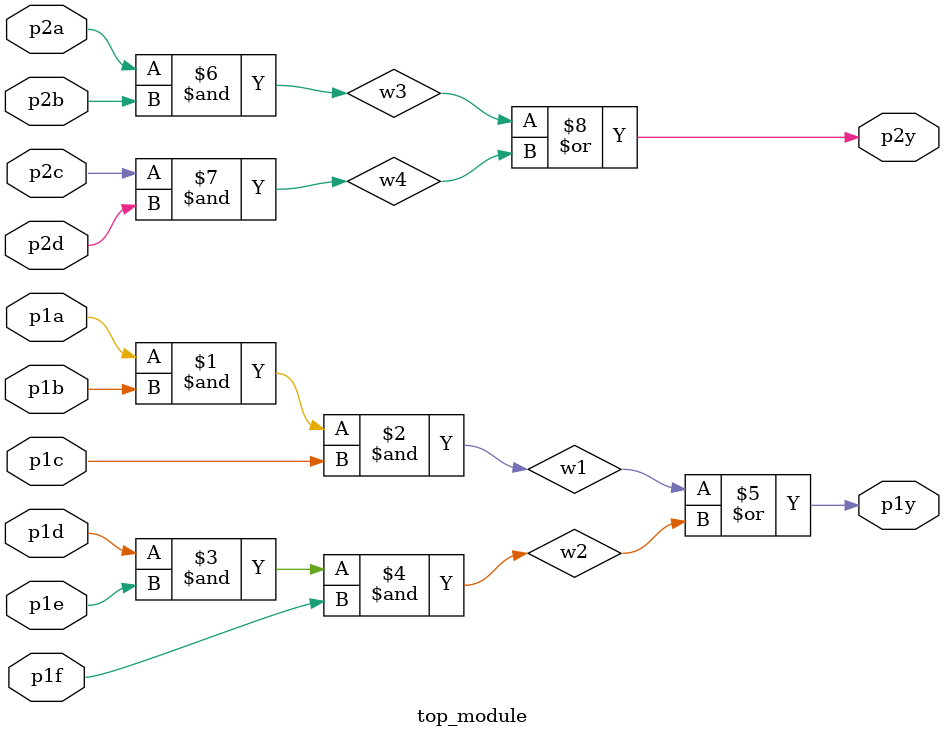
<source format=v>
module top_module ( 
    input p1a, p1b, p1c, p1d, p1e, p1f,
    output p1y,
    input p2a, p2b, p2c, p2d,
    output p2y );
    
    wire w1,w2,w3,w4;
    
    assign w1  = p1a & p1b & p1c;
    assign w2  = p1d & p1e & p1f;
    assign p1y = w1 | w2;
    
    assign w3 = p2a & p2b;
    assign w4 = p2c & p2d;
    assign p2y = w3 | w4;
    
endmodule

</source>
